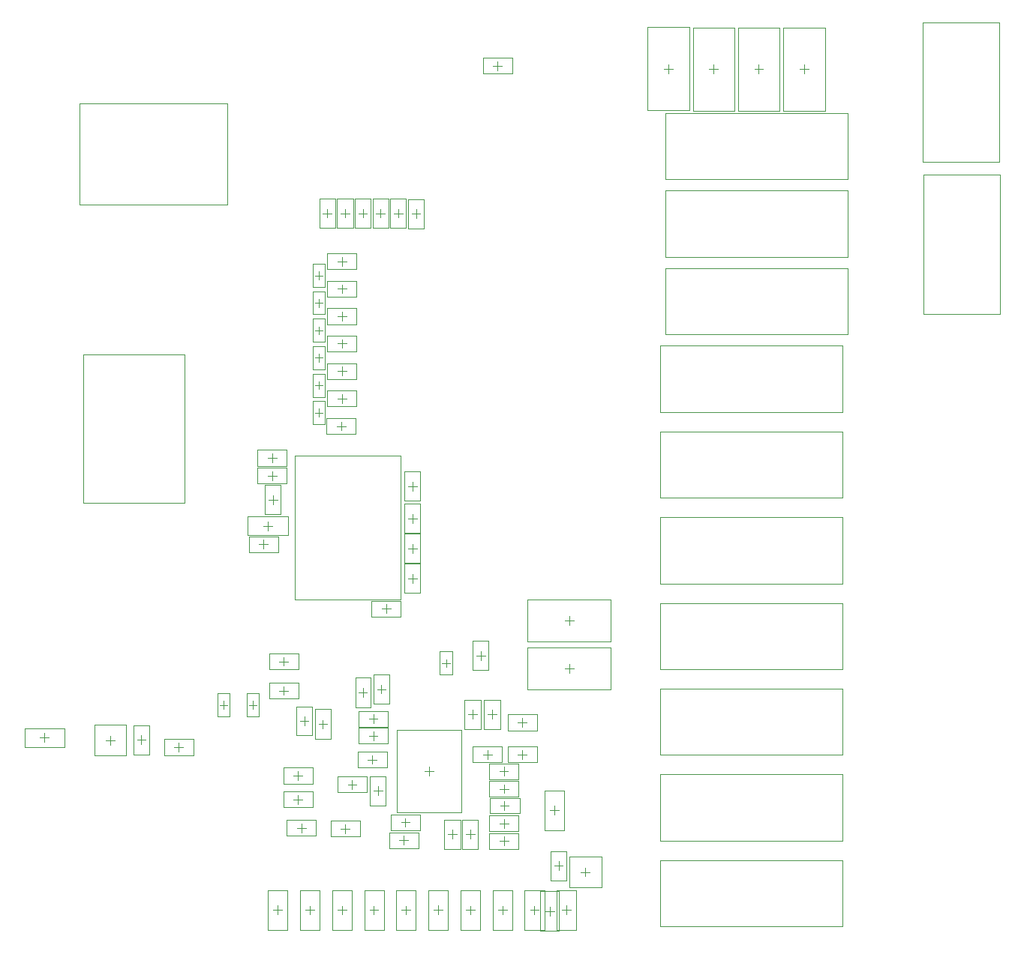
<source format=gbr>
%FSTAX23Y23*%
%MOIN*%
%SFA1B1*%

%IPPOS*%
%ADD109C,0.003937*%
%ADD111C,0.001968*%
%LNpms_board_mechanical_15-1*%
%LPD*%
G54D109*
X02598Y01296D02*
X02637D01*
X02618Y01276D02*
Y01315D01*
X02559Y01094D02*
X02598D01*
X02578Y01074D02*
Y01114D01*
X02633Y01098D02*
X02673D01*
X02653Y01078D02*
Y01118D01*
X02491Y01098D02*
X0253D01*
X0251Y01078D02*
Y01117D01*
X02348Y01098D02*
X02388D01*
X02368Y01078D02*
Y01117D01*
X02206Y01098D02*
X02245D01*
X02225Y01078D02*
Y01117D01*
X02063Y01099D02*
X02102D01*
X02083Y01079D02*
Y01118D01*
X0192Y01098D02*
X0196D01*
X0194Y01078D02*
Y01117D01*
X01778Y01098D02*
X01817D01*
X01797Y01078D02*
Y01117D01*
X01635Y01098D02*
X01674D01*
X01655Y01078D02*
Y01117D01*
X01493Y01098D02*
X01532D01*
X01512Y01078D02*
Y01117D01*
X0135Y01098D02*
X01389D01*
X0137Y01078D02*
Y01118D01*
X02023Y01716D02*
X02062D01*
X02043Y01696D02*
Y01736D01*
X02456Y01913D02*
Y01952D01*
X02437Y01933D02*
X02476D01*
X02303Y01969D02*
X02342D01*
X02322Y01949D02*
Y01989D01*
X02346Y04834D02*
Y04874D01*
X02326Y04854D02*
X02366D01*
X0193Y01389D02*
Y01429D01*
X0191Y01409D02*
X01949D01*
X01937Y01468D02*
Y01507D01*
X01918Y01488D02*
X01957D01*
X017Y01637D02*
Y01677D01*
X01681Y01657D02*
X0172D01*
X01795Y01628D02*
X01834D01*
X01814Y01609D02*
Y01648D01*
X01794Y01854D02*
Y01893D01*
X01774Y01874D02*
X01813D01*
X01794Y01929D02*
Y01968D01*
X01774Y01948D02*
X01813D01*
X01396Y02055D02*
Y02094D01*
X01376Y02074D02*
X01416D01*
X02375Y01385D02*
Y01425D01*
X02355Y01405D02*
X02394D01*
X02375Y01464D02*
Y01503D01*
X02355Y01484D02*
X02394D01*
X00744Y01855D02*
X00783D01*
X00763Y01835D02*
Y01875D01*
X01811Y02081D02*
X0185D01*
X0183Y02062D02*
Y02101D01*
X0093Y01803D02*
Y01842D01*
X0091Y01822D02*
X00949D01*
X02204Y01436D02*
X02244D01*
X02224Y01416D02*
Y01455D01*
X01459Y0157D02*
Y0161D01*
X01439Y0159D02*
X01479D01*
X01397Y02185D02*
Y02224D01*
X01377Y02204D02*
X01417D01*
X02251Y02231D02*
X02291D01*
X02271Y02211D02*
Y0225D01*
X02374Y01696D02*
Y01736D01*
X02354Y01716D02*
X02393D01*
X02216Y01969D02*
X02255D01*
X02236Y01949D02*
Y01989D01*
X02302Y01771D02*
Y01811D01*
X02282Y01791D02*
X02321D01*
X02125Y01436D02*
X02165D01*
X02145Y01416D02*
Y01455D01*
X02457Y01771D02*
Y01811D01*
X02437Y01791D02*
X02477D01*
X01669Y0144D02*
Y0148D01*
X01649Y0146D02*
X01688D01*
X01475Y01444D02*
Y01484D01*
X01455Y01464D02*
X01495D01*
X02375Y01618D02*
Y01657D01*
X02355Y01637D02*
X02394D01*
X01468Y01939D02*
X01507D01*
X01488Y0192D02*
Y01959D01*
X01459Y01677D02*
Y01716D01*
X01439Y01696D02*
X01479D01*
X01652Y03232D02*
Y03271D01*
X01632Y03251D02*
X01672D01*
X01948Y02707D02*
X01988D01*
X01968Y02687D02*
Y02727D01*
X01852Y02419D02*
Y02458D01*
X01832Y02438D02*
X01872D01*
X01948Y02573D02*
X01988D01*
X01968Y02554D02*
Y02593D01*
X01654Y03354D02*
Y03393D01*
X01634Y03374D02*
X01674D01*
X01654Y03476D02*
Y03515D01*
X01634Y03496D02*
X01674D01*
X01654Y03598D02*
Y03637D01*
X01634Y03618D02*
X01674D01*
X01306Y02706D02*
Y02746D01*
X01286Y02726D02*
X01325D01*
X01964Y04196D02*
X02003D01*
X01984Y04177D02*
Y04216D01*
X01885Y04197D02*
X01925D01*
X01905Y04178D02*
Y04217D01*
X01807Y04197D02*
X01846D01*
X01826Y04178D02*
Y04217D01*
X01728Y04197D02*
X01767D01*
X01748Y04178D02*
Y04217D01*
X01649Y04197D02*
X01688D01*
X01669Y04178D02*
Y04217D01*
X0157Y04197D02*
X0161D01*
X0159Y04178D02*
Y04217D01*
X01654Y0372D02*
Y03759D01*
X01634Y0374D02*
X01674D01*
X01654Y03842D02*
Y03881D01*
X01634Y03862D02*
X01674D01*
X01655Y03964D02*
Y04003D01*
X01635Y03984D02*
X01675D01*
X02716Y01267D02*
X02755D01*
X02736Y01248D02*
Y01287D01*
X00606Y01854D02*
X00645D01*
X00625Y01834D02*
Y01874D01*
X01259Y01994D02*
Y02029D01*
X01242Y02011D02*
X01277D01*
X01129Y01994D02*
Y02029D01*
X01112Y02011D02*
X01147D01*
X02118Y02179D02*
Y02214D01*
X021Y02196D02*
X02135D01*
X01748Y02047D02*
Y02086D01*
X01728Y02066D02*
X01767D01*
X00313Y01866D02*
X00353D01*
X00333Y01846D02*
Y01885D01*
X02358Y01562D02*
X02397D01*
X02377Y01543D02*
Y01582D01*
X0157Y01905D02*
Y01944D01*
X01551Y01925D02*
X0159D01*
X01306Y02807D02*
X01345D01*
X01325Y02787D02*
Y02826D01*
X0179Y01748D02*
Y01787D01*
X0177Y01767D02*
X0181D01*
X02598Y01522D02*
Y01562D01*
X02578Y01542D02*
X02618D01*
X01553Y03293D02*
Y03328D01*
X01535Y03311D02*
X0157D01*
X01948Y02841D02*
X01988D01*
X01968Y02821D02*
Y02861D01*
X01948Y02983D02*
X01988D01*
X01968Y02963D02*
Y03002D01*
X01553Y03415D02*
Y0345D01*
X01535Y03433D02*
X0157D01*
X01553Y03537D02*
Y03572D01*
X01535Y03555D02*
X0157D01*
X01328Y02924D02*
X01368D01*
X01348Y02904D02*
Y02943D01*
X01553Y03659D02*
Y03694D01*
X01535Y03677D02*
X0157D01*
X01345Y03011D02*
Y03051D01*
X01325Y03031D02*
X01365D01*
X01345Y0309D02*
Y03129D01*
X01325Y0311D02*
X01365D01*
X01553Y03781D02*
Y03816D01*
X01535Y03799D02*
X0157D01*
X01553Y03903D02*
Y03938D01*
X01535Y03921D02*
X0157D01*
G54D111*
X04237Y04425D02*
X04576D01*
Y05045*
X04237D02*
X04576D01*
X04237Y04425D02*
Y05045D01*
X0424Y03748D02*
X04578D01*
Y04368*
X0424D02*
X04578D01*
X0424Y03748D02*
Y04368D01*
X03092Y04348D02*
Y04643D01*
X03902*
Y04348D02*
Y04643D01*
X03092Y04348D02*
X03902D01*
X03092Y04004D02*
Y04299D01*
X03902*
Y04004D02*
Y04299D01*
X03092Y04004D02*
X03902D01*
X03092Y03658D02*
Y03953D01*
X03902*
Y03658D02*
Y03953D01*
X03092Y03658D02*
X03902D01*
X0307Y01026D02*
X0388D01*
Y01321*
X0307D02*
X0388D01*
X0307Y01026D02*
Y01321D01*
Y01407D02*
X0388D01*
Y01702*
X0307D02*
X0388D01*
X0307Y01407D02*
Y01702D01*
Y02169D02*
X0388D01*
Y02464*
X0307D02*
X0388D01*
X0307Y02169D02*
Y02464D01*
Y02551D02*
X0388D01*
Y02846*
X0307D02*
X0388D01*
X0307Y02551D02*
Y02846D01*
Y02932D02*
X0388D01*
Y03227*
X0307D02*
X0388D01*
X0307Y02932D02*
Y03227D01*
Y03313D02*
Y03608D01*
X0388*
Y03313D02*
Y03608D01*
X0307Y03313D02*
X0388D01*
X02582Y01231D02*
Y01361D01*
X02653Y01231D02*
Y01361D01*
X02582Y01231D02*
X02653D01*
X02582Y01361D02*
X02653D01*
X02537Y01005D02*
Y01183D01*
X0262Y01005D02*
Y01183D01*
X02537Y01005D02*
X0262D01*
X02537Y01183D02*
X0262D01*
X01444Y02481D02*
Y03118D01*
Y02481D02*
X01917D01*
Y03118*
X01444D02*
X01917D01*
X0261Y01009D02*
Y01187D01*
X02696Y01009D02*
Y01187D01*
X0261D02*
X02696D01*
X0261Y01009D02*
X02696D01*
X02467Y01009D02*
Y01186D01*
X02554Y01009D02*
Y01186D01*
X02467D02*
X02554D01*
X02467Y01009D02*
X02554D01*
X02325D02*
Y01186D01*
X02411Y01009D02*
Y01186D01*
X02325D02*
X02411D01*
X02325Y01009D02*
X02411D01*
X02182D02*
Y01186D01*
X02269Y01009D02*
Y01186D01*
X02182D02*
X02269D01*
X02182Y01009D02*
X02269D01*
X02039Y0101D02*
Y01187D01*
X02126Y0101D02*
Y01187D01*
X02039D02*
X02126D01*
X02039Y0101D02*
X02126D01*
X01897Y01009D02*
Y01186D01*
X01983Y01009D02*
Y01186D01*
X01897D02*
X01983D01*
X01897Y01009D02*
X01983D01*
X01754D02*
Y01186D01*
X01841Y01009D02*
Y01186D01*
X01754D02*
X01841D01*
X01754Y01009D02*
X01841D01*
X01611D02*
Y01186D01*
X01698Y01009D02*
Y01186D01*
X01611D02*
X01698D01*
X01611Y01009D02*
X01698D01*
X01469D02*
Y01186D01*
X01555Y01009D02*
Y01186D01*
X01469D02*
X01555D01*
X01469Y01009D02*
X01555D01*
X01326Y01009D02*
Y01187D01*
X01413Y01009D02*
Y01187D01*
X01326D02*
X01413D01*
X01326Y01009D02*
X01413D01*
X01898Y01533D02*
Y01899D01*
X02187Y01533D02*
Y01899D01*
X01898D02*
X02187D01*
X01898Y01533D02*
X02187D01*
X02391Y01968D02*
X02521D01*
X02391Y01897D02*
X02521D01*
X02391D02*
Y01968D01*
X02521Y01897D02*
Y01968D01*
X02358Y01904D02*
Y02034D01*
X02287Y01904D02*
Y02034D01*
X02358*
X02287Y01904D02*
X02358D01*
X02281Y04889D02*
X02411D01*
X02281Y04818D02*
X02411D01*
X02281D02*
Y04889D01*
X02411Y04818D02*
Y04889D01*
X01865Y01374D02*
X01995D01*
X01865Y01444D02*
X01995D01*
Y01374D02*
Y01444D01*
X01865Y01374D02*
Y01444D01*
X01873Y01523D02*
X02002D01*
X01873Y01452D02*
X02002D01*
X01873D02*
Y01523D01*
X02002Y01452D02*
Y01523D01*
X01635Y01692D02*
X01765D01*
X01635Y01622D02*
X01765D01*
X01635D02*
Y01692D01*
X01765Y01622D02*
Y01692D01*
X0185Y01563D02*
Y01693D01*
X01779Y01563D02*
Y01693D01*
X0185*
X01779Y01563D02*
X0185D01*
X01729Y01838D02*
X01859D01*
X01729Y01909D02*
X01859D01*
Y01838D02*
Y01909D01*
X01729Y01838D02*
Y01909D01*
Y01913D02*
X01859D01*
X01729Y01984D02*
X01859D01*
Y01913D02*
Y01984D01*
X01729Y01913D02*
Y01984D01*
X01331Y02039D02*
X01461D01*
X01331Y0211D02*
X01461D01*
Y02039D02*
Y0211D01*
X01331Y02039D02*
Y0211D01*
X0231Y0137D02*
X02439D01*
X0231Y0144D02*
X02439D01*
Y0137D02*
Y0144D01*
X0231Y0137D02*
Y0144D01*
Y01519D02*
X02439D01*
X0231Y01448D02*
X02439D01*
X0231D02*
Y01519D01*
X02439Y01448D02*
Y01519D01*
X00799Y0179D02*
Y0192D01*
X00728Y0179D02*
Y0192D01*
X00799*
X00728Y0179D02*
X00799D01*
X01795Y02016D02*
Y02146D01*
X01866Y02016D02*
Y02146D01*
X01795Y02016D02*
X01866D01*
X01795Y02146D02*
X01866D01*
X00865Y01858D02*
X00995D01*
X00865Y01787D02*
X00995D01*
X00865D02*
Y01858D01*
X00995Y01787D02*
Y01858D01*
X02188Y01371D02*
Y015D01*
X02259Y01371D02*
Y015D01*
X02188Y01371D02*
X02259D01*
X02188Y015D02*
X02259D01*
X01394Y01625D02*
X01524D01*
X01394Y01555D02*
X01524D01*
X01394D02*
Y01625D01*
X01524Y01555D02*
Y01625D01*
X01332Y0224D02*
X01462D01*
X01332Y02169D02*
X01462D01*
X01332D02*
Y0224D01*
X01462Y02169D02*
Y0224D01*
X02307Y02166D02*
Y02296D01*
X02236Y02166D02*
Y02296D01*
X02307*
X02236Y02166D02*
X02307D01*
X02309Y01681D02*
X02438D01*
X02309Y01751D02*
X02438D01*
Y01681D02*
Y01751D01*
X02309Y01681D02*
Y01751D01*
X02271Y01904D02*
Y02034D01*
X022Y01904D02*
Y02034D01*
X02271*
X022Y01904D02*
X02271D01*
X02237Y01826D02*
X02367D01*
X02237Y01755D02*
X02367D01*
X02237D02*
Y01826D01*
X02367Y01755D02*
Y01826D01*
X02181Y01371D02*
Y015D01*
X0211Y01371D02*
Y015D01*
X02181*
X0211Y01371D02*
X02181D01*
X02392Y01826D02*
X02522D01*
X02392Y01755D02*
X02522D01*
X02392D02*
Y01826D01*
X02522Y01755D02*
Y01826D01*
X01604Y01496D02*
X01734D01*
X01604Y01425D02*
X01734D01*
X01604D02*
Y01496D01*
X01734Y01425D02*
Y01496D01*
X0141Y01429D02*
X0154D01*
X0141Y015D02*
X0154D01*
Y01429D02*
Y015D01*
X0141Y01429D02*
Y015D01*
X0231Y01602D02*
X02439D01*
X0231Y01673D02*
X02439D01*
Y01602D02*
Y01673D01*
X0231Y01602D02*
Y01673D01*
X01452Y01875D02*
Y02004D01*
X01523Y01875D02*
Y02004D01*
X01452Y01875D02*
X01523D01*
X01452Y02004D02*
X01523D01*
X01394Y01661D02*
X01524D01*
X01394Y01732D02*
X01524D01*
Y01661D02*
Y01732D01*
X01394Y01661D02*
Y01732D01*
X01587Y03216D02*
X01717D01*
X01587Y03287D02*
X01717D01*
Y03216D02*
Y03287D01*
X01587Y03216D02*
Y03287D01*
X01933Y02642D02*
Y02772D01*
X02003Y02642D02*
Y02772D01*
X01933Y02642D02*
X02003D01*
X01933Y02772D02*
X02003D01*
X01787Y02474D02*
X01917D01*
X01787Y02403D02*
X01917D01*
X01787D02*
Y02474D01*
X01917Y02403D02*
Y02474D01*
X01933Y02508D02*
Y02638D01*
X02003Y02508D02*
Y02638D01*
X01933Y02508D02*
X02003D01*
X01933Y02638D02*
X02003D01*
X01589Y03338D02*
X01719D01*
X01589Y03409D02*
X01719D01*
Y03338D02*
Y03409D01*
X01589Y03338D02*
Y03409D01*
Y0346D02*
X01719D01*
X01589Y03531D02*
X01719D01*
Y0346D02*
Y03531D01*
X01589Y0346D02*
Y03531D01*
Y03582D02*
X01719D01*
X01589Y03653D02*
X01719D01*
Y03582D02*
Y03653D01*
X01589Y03582D02*
Y03653D01*
X01241Y02761D02*
X01371D01*
X01241Y0269D02*
X01371D01*
X01241D02*
Y02761D01*
X01371Y0269D02*
Y02761D01*
X02019Y04131D02*
Y04261D01*
X01948Y04131D02*
Y04261D01*
X02019*
X01948Y04131D02*
X02019D01*
X0194Y04132D02*
Y04262D01*
X0187Y04132D02*
Y04262D01*
X0194*
X0187Y04132D02*
X0194D01*
X01862D02*
Y04262D01*
X01791Y04132D02*
Y04262D01*
X01862*
X01791Y04132D02*
X01862D01*
X01783D02*
Y04262D01*
X01712Y04132D02*
Y04262D01*
X01783*
X01712Y04132D02*
X01783D01*
X01704D02*
Y04262D01*
X01633Y04132D02*
Y04262D01*
X01704*
X01633Y04132D02*
X01704D01*
X01625D02*
Y04262D01*
X01555Y04132D02*
Y04262D01*
X01625*
X01555Y04132D02*
X01625D01*
X01589Y03704D02*
X01719D01*
X01589Y03775D02*
X01719D01*
Y03704D02*
Y03775D01*
X01589Y03704D02*
Y03775D01*
Y03826D02*
X01719D01*
X01589Y03897D02*
X01719D01*
Y03826D02*
Y03897D01*
X01589Y03826D02*
Y03897D01*
X0159Y03948D02*
X0172D01*
X0159Y04019D02*
X0172D01*
Y03948D02*
Y04019D01*
X0159Y03948D02*
Y04019D01*
X02808Y01198D02*
Y01336D01*
X02664Y01198D02*
Y01336D01*
Y01198D02*
X02808D01*
X02664Y01336D02*
X02808D01*
X00697Y01785D02*
Y01923D01*
X00554Y01785D02*
Y01923D01*
Y01785D02*
X00697D01*
X00554Y01923D02*
X00697D01*
X00507Y03568D02*
X00956D01*
X00507Y02911D02*
Y03568D01*
Y02911D02*
X00956D01*
Y03568*
X0049Y04236D02*
Y04685D01*
Y04236D02*
X01147D01*
Y04685*
X0049D02*
X01147D01*
X0307Y01788D02*
Y02083D01*
X0388*
Y01788D02*
Y02083D01*
X0307Y01788D02*
X0388D01*
X01232Y0196D02*
X01287D01*
X01232Y02062D02*
X01287D01*
X01232Y0196D02*
Y02062D01*
X01287Y0196D02*
Y02062D01*
X01102Y0196D02*
X01157D01*
X01102Y02062D02*
X01157D01*
X01102Y0196D02*
Y02062D01*
X01157Y0196D02*
Y02062D01*
X0209Y02145D02*
X02145D01*
X0209Y02248D02*
X02145D01*
X0209Y02145D02*
Y02248D01*
X02145Y02145D02*
Y02248D01*
X01714Y02D02*
X01781D01*
X01714Y02133D02*
X01781D01*
X01714Y02D02*
Y02133D01*
X01781Y02D02*
Y02133D01*
X00245Y01824D02*
Y01907D01*
X00422Y01824D02*
Y01907D01*
X00245D02*
X00422D01*
X00245Y01824D02*
X00422D01*
X02311Y01529D02*
Y01596D01*
X02444Y01529D02*
Y01596D01*
X02311D02*
X02444D01*
X02311Y01529D02*
X02444D01*
X01537Y01858D02*
X01604D01*
X01537Y01992D02*
X01604D01*
X01537Y01858D02*
Y01992D01*
X01604Y01858D02*
Y01992D01*
X01414Y02765D02*
Y02848D01*
X01237Y02765D02*
Y02848D01*
Y02765D02*
X01414D01*
X01237Y02848D02*
X01414D01*
X03615Y04653D02*
Y05023D01*
X03801*
Y04653D02*
Y05023D01*
X03615Y04653D02*
X03801D01*
X03688Y04838D02*
X03728D01*
X03708Y04818D02*
Y04858D01*
X03414Y04653D02*
Y05023D01*
X036*
Y04653D02*
Y05023D01*
X03414Y04653D02*
X036D01*
X03488Y04838D02*
X03527D01*
X03507Y04818D02*
Y04858D01*
X03214Y04653D02*
Y05023D01*
X034*
Y04653D02*
Y05023D01*
X03214Y04653D02*
X034D01*
X03287Y04838D02*
X03326D01*
X03307Y04818D02*
Y04858D01*
X03013Y04655D02*
Y05025D01*
X03199*
Y04655D02*
Y05025D01*
X03013Y04655D02*
X03199D01*
X03086Y0484D02*
X03125D01*
X03106Y0482D02*
Y04859D01*
X0248Y02266D02*
X0285D01*
Y0208D02*
Y02266D01*
X0248Y0208D02*
X0285D01*
X0248D02*
Y02266D01*
X02665Y02153D02*
Y02192D01*
X02645Y02173D02*
X02685D01*
X0248Y02478D02*
X0285D01*
Y02292D02*
Y02478D01*
X0248Y02292D02*
X0285D01*
X0248D02*
Y02478D01*
X02665Y02366D02*
Y02405D01*
X02645Y02385D02*
X02685D01*
X01725Y01732D02*
X01855D01*
X01725Y01803D02*
X01855D01*
Y01732D02*
Y01803D01*
X01725Y01732D02*
Y01803D01*
X02555Y01453D02*
X02641D01*
X02555Y0163D02*
X02641D01*
X02555Y01453D02*
Y0163D01*
X02641Y01453D02*
Y0163D01*
X01525Y03362D02*
X0158D01*
X01525Y03259D02*
X0158D01*
Y03362*
X01525Y03259D02*
Y03362D01*
X01933Y02776D02*
Y02906D01*
X02003Y02776D02*
Y02906D01*
X01933Y02776D02*
X02003D01*
X01933Y02906D02*
X02003D01*
Y02918D02*
Y03048D01*
X01933Y02918D02*
Y03048D01*
X02003*
X01933Y02918D02*
X02003D01*
X01525Y03484D02*
X0158D01*
X01525Y03381D02*
X0158D01*
Y03484*
X01525Y03381D02*
Y03484D01*
Y03606D02*
X0158D01*
X01525Y03503D02*
X0158D01*
Y03606*
X01525Y03503D02*
Y03606D01*
X01312Y02859D02*
Y02989D01*
X01383Y02859D02*
Y02989D01*
X01312Y02859D02*
X01383D01*
X01312Y02989D02*
X01383D01*
X01525Y03728D02*
X0158D01*
X01525Y03625D02*
X0158D01*
Y03728*
X01525Y03625D02*
Y03728D01*
X0128Y02996D02*
X0141D01*
X0128Y03066D02*
X0141D01*
Y02996D02*
Y03066D01*
X0128Y02996D02*
Y03066D01*
Y03145D02*
X0141D01*
X0128Y03074D02*
X0141D01*
X0128D02*
Y03145D01*
X0141Y03074D02*
Y03145D01*
X01525Y0385D02*
X0158D01*
X01525Y03748D02*
X0158D01*
Y0385*
X01525Y03748D02*
Y0385D01*
Y03972D02*
X0158D01*
X01525Y0387D02*
X0158D01*
Y03972*
X01525Y0387D02*
Y03972D01*
M02*
</source>
